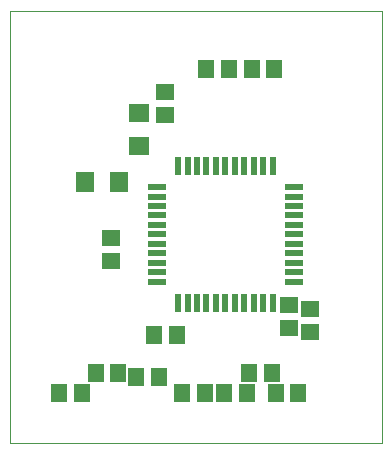
<source format=gbp>
%FSLAX44Y44*%
%MOMM*%
G71*
G01*
G75*
G04 Layer_Color=128*
%ADD10C,0.2540*%
G04:AMPARAMS|DCode=11|XSize=1.27mm|YSize=0.3556mm|CornerRadius=0.0356mm|HoleSize=0mm|Usage=FLASHONLY|Rotation=270.000|XOffset=0mm|YOffset=0mm|HoleType=Round|Shape=RoundedRectangle|*
%AMROUNDEDRECTD11*
21,1,1.2700,0.2845,0,0,270.0*
21,1,1.1989,0.3556,0,0,270.0*
1,1,0.0711,-0.1422,-0.5994*
1,1,0.0711,-0.1422,0.5994*
1,1,0.0711,0.1422,0.5994*
1,1,0.0711,0.1422,-0.5994*
%
%ADD11ROUNDEDRECTD11*%
G04:AMPARAMS|DCode=12|XSize=0.3556mm|YSize=1.27mm|CornerRadius=0.0356mm|HoleSize=0mm|Usage=FLASHONLY|Rotation=270.000|XOffset=0mm|YOffset=0mm|HoleType=Round|Shape=RoundedRectangle|*
%AMROUNDEDRECTD12*
21,1,0.3556,1.1989,0,0,270.0*
21,1,0.2845,1.2700,0,0,270.0*
1,1,0.0711,-0.5994,-0.1422*
1,1,0.0711,-0.5994,0.1422*
1,1,0.0711,0.5994,0.1422*
1,1,0.0711,0.5994,-0.1422*
%
%ADD12ROUNDEDRECTD12*%
G04:AMPARAMS|DCode=13|XSize=3.302mm|YSize=3.302mm|CornerRadius=0.3302mm|HoleSize=0mm|Usage=FLASHONLY|Rotation=270.000|XOffset=0mm|YOffset=0mm|HoleType=Round|Shape=RoundedRectangle|*
%AMROUNDEDRECTD13*
21,1,3.3020,2.6416,0,0,270.0*
21,1,2.6416,3.3020,0,0,270.0*
1,1,0.6604,-1.3208,-1.3208*
1,1,0.6604,-1.3208,1.3208*
1,1,0.6604,1.3208,1.3208*
1,1,0.6604,1.3208,-1.3208*
%
%ADD13ROUNDEDRECTD13*%
%ADD14R,1.5240X1.3208*%
%ADD15R,2.4130X2.8194*%
%ADD16R,1.8034X1.6002*%
%ADD17R,1.5240X1.5240*%
%ADD18R,1.3208X1.5240*%
%ADD19R,1.5240X1.5240*%
%ADD20R,1.6002X1.8034*%
%ADD21C,0.6096*%
%ADD22C,0.4064*%
%ADD23C,0.3048*%
%ADD24C,0.0864*%
%ADD25C,0.0500*%
%ADD26C,1.2192*%
%ADD27O,3.0480X1.5240*%
%ADD28O,1.5240X3.0480*%
%ADD29C,0.7580*%
%ADD30C,0.8596*%
%ADD31R,0.5080X1.5240*%
%ADD32R,1.5240X0.5080*%
%ADD33C,0.1524*%
%ADD34C,0.1270*%
%ADD35C,0.2032*%
%ADD36R,0.3250X0.4318*%
%ADD37R,0.3302X0.4318*%
%ADD38R,0.3528X0.3556*%
%ADD39R,0.4318X0.3250*%
%ADD40R,0.4318X0.3302*%
%ADD41R,0.3556X0.3528*%
G04:AMPARAMS|DCode=42|XSize=1.42mm|YSize=0.5056mm|CornerRadius=0.1106mm|HoleSize=0mm|Usage=FLASHONLY|Rotation=270.000|XOffset=0mm|YOffset=0mm|HoleType=Round|Shape=RoundedRectangle|*
%AMROUNDEDRECTD42*
21,1,1.4200,0.2845,0,0,270.0*
21,1,1.1989,0.5056,0,0,270.0*
1,1,0.2211,-0.1422,-0.5994*
1,1,0.2211,-0.1422,0.5994*
1,1,0.2211,0.1422,0.5994*
1,1,0.2211,0.1422,-0.5994*
%
%ADD42ROUNDEDRECTD42*%
G04:AMPARAMS|DCode=43|XSize=0.5056mm|YSize=1.42mm|CornerRadius=0.1106mm|HoleSize=0mm|Usage=FLASHONLY|Rotation=270.000|XOffset=0mm|YOffset=0mm|HoleType=Round|Shape=RoundedRectangle|*
%AMROUNDEDRECTD43*
21,1,0.5056,1.1989,0,0,270.0*
21,1,0.2845,1.4200,0,0,270.0*
1,1,0.2211,-0.5994,-0.1422*
1,1,0.2211,-0.5994,0.1422*
1,1,0.2211,0.5994,0.1422*
1,1,0.2211,0.5994,-0.1422*
%
%ADD43ROUNDEDRECTD43*%
G04:AMPARAMS|DCode=44|XSize=3.452mm|YSize=3.452mm|CornerRadius=0.4052mm|HoleSize=0mm|Usage=FLASHONLY|Rotation=270.000|XOffset=0mm|YOffset=0mm|HoleType=Round|Shape=RoundedRectangle|*
%AMROUNDEDRECTD44*
21,1,3.4520,2.6416,0,0,270.0*
21,1,2.6416,3.4520,0,0,270.0*
1,1,0.8104,-1.3208,-1.3208*
1,1,0.8104,-1.3208,1.3208*
1,1,0.8104,1.3208,1.3208*
1,1,0.8104,1.3208,-1.3208*
%
%ADD44ROUNDEDRECTD44*%
%ADD45R,1.6740X1.4708*%
%ADD46R,2.5630X2.9694*%
%ADD47R,1.9534X1.7502*%
%ADD48R,1.6740X1.6740*%
%ADD49R,1.4708X1.6740*%
%ADD50R,1.6740X1.6740*%
%ADD51R,1.7502X1.9534*%
%ADD52C,1.3692*%
%ADD53O,3.1980X1.6740*%
%ADD54O,1.6740X3.1980*%
%ADD55C,0.9080*%
%ADD56C,1.0096*%
%ADD57R,0.6580X1.6740*%
%ADD58R,1.6740X0.6580*%
D14*
X131826Y278028D02*
D03*
Y297180D02*
D03*
X254000Y113132D02*
D03*
Y93980D02*
D03*
X236728Y116688D02*
D03*
Y97536D02*
D03*
X86106Y173330D02*
D03*
Y154178D02*
D03*
D16*
X109474Y279654D02*
D03*
Y251210D02*
D03*
D18*
X185776Y316230D02*
D03*
X166624D02*
D03*
X204876D02*
D03*
X224028D02*
D03*
X141326Y91694D02*
D03*
X122174D02*
D03*
X203098Y58928D02*
D03*
X222250D02*
D03*
X61062Y42164D02*
D03*
X41910D02*
D03*
X92050Y59182D02*
D03*
X72898D02*
D03*
X107340Y56134D02*
D03*
X126492D02*
D03*
X146202Y42164D02*
D03*
X165354D02*
D03*
X201016D02*
D03*
X181864D02*
D03*
X244450D02*
D03*
X225298D02*
D03*
D20*
X63754Y220726D02*
D03*
X92198D02*
D03*
D25*
X0Y365506D02*
X314960D01*
X0Y0D02*
X314960D01*
X0D02*
X314960D01*
Y365506D01*
X0D02*
X314960D01*
X0Y0D02*
Y365506D01*
D31*
X142494Y234530D02*
D03*
X150622D02*
D03*
X158496D02*
D03*
X166624D02*
D03*
X174498D02*
D03*
X182626D02*
D03*
X190626D02*
D03*
X198626D02*
D03*
X206626D02*
D03*
X214626D02*
D03*
X222626D02*
D03*
Y118364D02*
D03*
X214626D02*
D03*
X206626D02*
D03*
X198626D02*
D03*
X190626D02*
D03*
X182626D02*
D03*
X174498D02*
D03*
X166624D02*
D03*
X158496D02*
D03*
X150622D02*
D03*
X142494D02*
D03*
D32*
X240626Y216530D02*
D03*
Y208530D02*
D03*
Y200530D02*
D03*
Y192530D02*
D03*
Y184530D02*
D03*
Y176530D02*
D03*
Y168402D02*
D03*
Y160528D02*
D03*
Y152400D02*
D03*
Y144526D02*
D03*
Y136398D02*
D03*
X124460D02*
D03*
Y144526D02*
D03*
Y152400D02*
D03*
Y160528D02*
D03*
Y168402D02*
D03*
Y176530D02*
D03*
Y184530D02*
D03*
Y192530D02*
D03*
Y200530D02*
D03*
Y208530D02*
D03*
Y216530D02*
D03*
M02*

</source>
